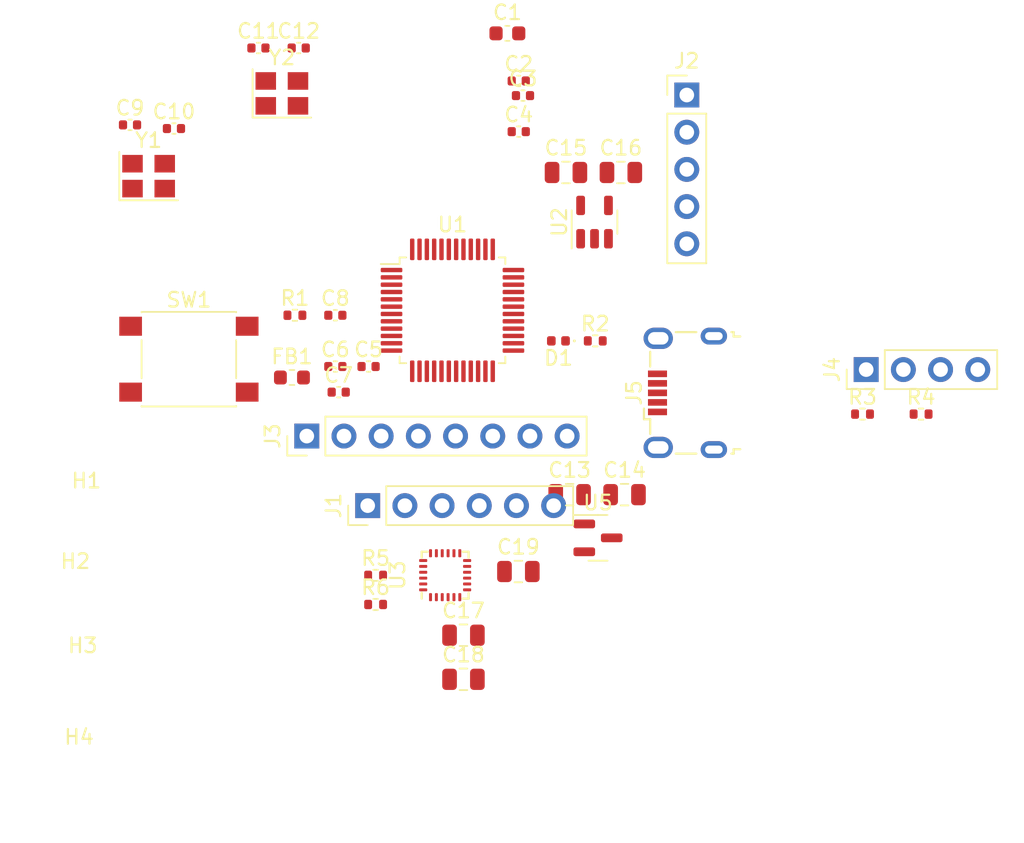
<source format=kicad_pcb>
(kicad_pcb (version 20221018) (generator pcbnew)
  (layers (0 "F.Cu" signal) (31 "B.Cu" power) (34 "B.Paste" user) (35 "F.Paste" user) (36 "B.SilkS" user "B.Silkscreen") (37 "F.SilkS" user "F.Silkscreen") (38 "B.Mask" user) (39 "F.Mask" user) (44 "Edge.Cuts" user))
  (net 0 "")
  (net 1 "+3.3V")
  (net 2 "GND")
  (net 3 "VBUS")
  (net 4 "+3.3VA")
  (net 5 "/USB_D-")
  (net 6 "/USB_D+")
  (net 7 "/SWDIO")
  (net 8 "/SWCLK")
  (net 9 "+1V8")
  (net 10 "Net-(U3-REGOUT)")
  (net 12 "/RESET")
  (net 13 "HSE_IN")
  (net 14 "HSE_OUT")
  (net 15 "LSE_IN")
  (net 16 "LSE_OUT")
  (net 19 "QSPI_NCS")
  (net 20 "SPI_NCS")
  (net 21 "SPI_SCK")
  (net 22 "QSPI_CLK")
  (net 23 "QSPI_IO3")
  (net 31 "LED_STATUS")
  (net 33 "SWO")
  (net 47 "I2C1_SCL")
  (net 48 "Net-(U3-FSYNC)")
  (net 56 "I2C1_SDA")
  (net 57 "QSPI_IO2")
  (net 58 "QSPI_IO1")
  (net 59 "QSPI_IO0")
  (net 60 "SPI_MISO")
  (net 61 "SPI_MOSI")
  (net 62 "Net-(D1-K)")
  (footprint "Capacitor_SMD:C_0805_2012Metric" (layer "F.Cu") (at 120.75 49.5)
    (fp_text reference "C16" (at 0 -1.68) (layer "F.SilkS"))
    (fp_text value "1uF")
    (fp_line (start -0.261252 -0.735) (end 0.261252 -0.735) (stroke (width 0.12)) (layer "F.SilkS"))
    (fp_line (start -0.261252 0.735) (end 0.261252 0.735) (stroke (width 0.12)) (layer "F.SilkS"))
    (pad "1" smd roundrect (at -0.95 0) (size 1 1.45) (layers "F.Cu" "F.Paste" "F.Mask") (net 1 "+3.3V"))
    (pad "2" smd roundrect (at 0.95 0) (size 1 1.45) (layers "F.Cu" "F.Paste" "F.Mask") (net 2 "GND"))
  )
  (footprint "Capacitor_SMD:C_0402_1005Metric" (layer "F.Cu") (at 87.23 46.25)
    (fp_text reference "C9" (at 0 -1.16) (layer "F.SilkS"))
    (fp_text value "10p")
    (fp_line (start -0.107836 -0.36) (end 0.107836 -0.36) (stroke (width 0.12)) (layer "F.SilkS"))
    (fp_line (start -0.107836 0.36) (end 0.107836 0.36) (stroke (width 0.12)) (layer "F.SilkS"))
    (pad "1" smd roundrect (at -0.48 0) (size 0.56 0.62) (layers "F.Cu" "F.Paste" "F.Mask") (net 13 "HSE_IN"))
    (pad "2" smd roundrect (at 0.48 0) (size 0.56 0.62) (layers "F.Cu" "F.Paste" "F.Mask") (net 2 "GND"))
  )
  (footprint "Crystal:Crystal_SMD_3225-4Pin_3.2x2.5mm" (layer "F.Cu") (at 97.6 44.1)
    (fp_text reference "Y2" (at 0 -2.45) (layer "F.SilkS"))
    (fp_text value "32.786kHz")
    (fp_line (start -2 -1.65) (end -2 1.65) (stroke (width 0.12)) (layer "F.SilkS"))
    (fp_line (start -2 1.65) (end 2 1.65) (stroke (width 0.12)) (layer "F.SilkS"))
    (pad "1" smd rect (at -1.1 0.85) (size 1.4 1.2) (layers "F.Cu" "F.Paste" "F.Mask") (net 15 "LSE_IN"))
    (pad "2" smd rect (at 1.1 0.85) (size 1.4 1.2) (layers "F.Cu" "F.Paste" "F.Mask") (net 2 "GND"))
    (pad "3" smd rect (at 1.1 -0.85) (size 1.4 1.2) (layers "F.Cu" "F.Paste" "F.Mask") (net 16 "LSE_OUT"))
    (pad "4" smd rect (at -1.1 -0.85) (size 1.4 1.2) (layers "F.Cu" "F.Paste" "F.Mask") (net 2 "GND"))
  )
  (footprint "Connector_USB:USB_Micro-B_Wuerth_629105150521" (layer "F.Cu") (at 125.15 64.55 90)
    (fp_text reference "J5" (at 0 -3.5 90) (layer "F.SilkS"))
    (fp_text value "USB_B_Micro")
    (fp_line (start -4.15 -0.65) (end -4.15 0.75) (stroke (width 0.15)) (layer "F.SilkS"))
    (fp_line (start -4.15 3.15) (end -4.15 3.3) (stroke (width 0.15)) (layer "F.SilkS"))
    (fp_line (start -4.15 3.3) (end -3.85 3.3) (stroke (width 0.15)) (layer "F.SilkS"))
    (fp_line (start -3.85 3.3) (end -3.85 3.75) (stroke (width 0.15)) (layer "F.SilkS"))
    (fp_line (start -1.8 -2.825) (end -1.8 -2.4) (stroke (width 0.15)) (layer "F.SilkS"))
    (fp_line (start -1.8 -2.4) (end -2.8 -2.4) (stroke (width 0.15)) (layer "F.SilkS"))
    (fp_line (start -1.075 -2.825) (end -1.8 -2.825) (stroke (width 0.15)) (layer "F.SilkS"))
    (fp_line (start 1.8 -2.4) (end 2.8 -2.4) (stroke (width 0.15)) (layer "F.SilkS"))
    (fp_line (start 3.85 3.3) (end 4.15 3.3) (stroke (width 0.15)) (layer "F.SilkS"))
    (fp_line (start 3.85 3.75) (end 3.85 3.3) (stroke (width 0.15)) (layer "F.SilkS"))
    (fp_line (start 4.15 0.75) (end 4.15 -0.65) (stroke (width 0.15)) (layer "F.SilkS"))
    (fp_line (start 4.15 3.3) (end 4.15 3.15) (stroke (width 0.15)) (layer "F.SilkS"))
    (pad "" np_thru_hole oval (at -2.5 -0.8 90) (size 0.8 0.8) (drill 0.8) (layers "*.Cu" "*.Mask"))
    (pad "" np_thru_hole oval (at 2.5 -0.8 90) (size 0.8 0.8) (drill 0.8) (layers "*.Cu" "*.Mask"))
    (pad "1" smd rect (at -1.3 -1.9 90) (size 0.45 1.3) (layers "F.Cu" "F.Paste" "F.Mask") (net 3 "VBUS"))
    (pad "2" smd rect (at -0.65 -1.9 90) (size 0.45 1.3) (layers "F.Cu" "F.Paste" "F.Mask") (net 5 "/USB_D-"))
    (pad "3" smd rect (at 0 -1.9 90) (size 0.45 1.3) (layers "F.Cu" "F.Paste" "F.Mask") (net 6 "/USB_D+"))
    (pad "4" smd rect (at 0.65 -1.9 90) (size 0.45 1.3) (layers "F.Cu" "F.Paste" "F.Mask"))
    (pad "5" smd rect (at 1.3 -1.9 90) (size 0.45 1.3) (layers "F.Cu" "F.Paste" "F.Mask") (net 2 "GND"))
    (pad "6" thru_hole oval (at -3.875 1.95 90) (size 1.15 1.8) (drill oval 0.55 1.2) (layers "*.Cu" "*.Mask"))
    (pad "6" thru_hole oval (at -3.725 -1.85 90) (size 1.45 2) (drill oval 0.85 1.4) (layers "*.Cu" "*.Mask"))
    (pad "6" thru_hole oval (at 3.725 -1.85 90) (size 1.45 2) (drill oval 0.85 1.4) (layers "*.Cu" "*.Mask"))
    (pad "6" thru_hole oval (at 3.875 1.95 90) (size 1.15 1.8) (drill oval 0.55 1.2) (layers "*.Cu" "*.Mask"))
  )
  (footprint "Connector_PinHeader_2.54mm:PinHeader_1x08_P2.54mm_Vertical" (layer "F.Cu") (at 99.3 67.5 90)
    (fp_text reference "J3" (at 0 -2.33 90) (layer "F.SilkS"))
    (fp_text value "Conn_01x08_Pin")
    (fp_line (start -1.33 -1.33) (end 0 -1.33) (stroke (width 0.12)) (layer "F.SilkS"))
    (fp_line (start -1.33 0) (end -1.33 -1.33) (stroke (width 0.12)) (layer "F.SilkS"))
    (fp_line (start -1.33 1.27) (end -1.33 19.11) (stroke (width 0.12)) (layer "F.SilkS"))
    (fp_line (start -1.33 1.27) (end 1.33 1.27) (stroke (width 0.12)) (layer "F.SilkS"))
    (fp_line (start -1.33 19.11) (end 1.33 19.11) (stroke (width 0.12)) (layer "F.SilkS"))
    (fp_line (start 1.33 1.27) (end 1.33 19.11) (stroke (width 0.12)) (layer "F.SilkS"))
    (pad "1" thru_hole rect (at 0 0 90) (size 1.7 1.7) (drill 1) (layers "*.Cu" "*.Mask") (net 1 "+3.3V"))
    (pad "2" thru_hole oval (at 0 2.54 90) (size 1.7 1.7) (drill 1) (layers "*.Cu" "*.Mask") (net 19 "QSPI_NCS"))
    (pad "3" thru_hole oval (at 0 5.08 90) (size 1.7 1.7) (drill 1) (layers "*.Cu" "*.Mask") (net 22 "QSPI_CLK"))
    (pad "4" thru_hole oval (at 0 7.62 90) (size 1.7 1.7) (drill 1) (layers "*.Cu" "*.Mask") (net 59 "QSPI_IO0"))
    (pad "5" thru_hole oval (at 0 10.16 90) (size 1.7 1.7) (drill 1) (layers "*.Cu" "*.Mask") (net 58 "QSPI_IO1"))
    (pad "6" thru_hole oval (at 0 12.7 90) (size 1.7 1.7) (drill 1) (layers "*.Cu" "*.Mask") (net 57 "QSPI_IO2"))
    (pad "7" thru_hole oval (at 0 15.24 90) (size 1.7 1.7) (drill 1) (layers "*.Cu" "*.Mask") (net 23 "QSPI_IO3"))
    (pad "8" thru_hole oval (at 0 17.78 90) (size 1.7 1.7) (drill 1) (layers "*.Cu" "*.Mask") (net 2 "GND"))
  )
  (footprint "Package_TO_SOT_SMD:SOT-23-5" (layer "F.Cu") (at 118.95 52.8875 90)
    (fp_text reference "U2" (at 0 -2.4 90) (layer "F.SilkS"))
    (fp_text value "MIC5504-3.3YM5")
    (fp_line (start 0 -1.56) (end -1.8 -1.56) (stroke (width 0.12)) (layer "F.SilkS"))
    (fp_line (start 0 -1.56) (end 0.8 -1.56) (stroke (width 0.12)) (layer "F.SilkS"))
    (fp_line (start 0 1.56) (end -0.8 1.56) (stroke (width 0.12)) (layer "F.SilkS"))
    (fp_line (start 0 1.56) (end 0.8 1.56) (stroke (width 0.12)) (layer "F.SilkS"))
    (pad "1" smd roundrect (at -1.1375 -0.95 90) (size 1.325 0.6) (layers "F.Cu" "F.Paste" "F.Mask") (net 3 "VBUS"))
    (pad "2" smd roundrect (at -1.1375 0 90) (size 1.325 0.6) (layers "F.Cu" "F.Paste" "F.Mask") (net 2 "GND"))
    (pad "3" smd roundrect (at -1.1375 0.95 90) (size 1.325 0.6) (layers "F.Cu" "F.Paste" "F.Mask") (net 3 "VBUS"))
    (pad "4" smd roundrect (at 1.1375 0.95 90) (size 1.325 0.6) (layers "F.Cu" "F.Paste" "F.Mask"))
    (pad "5" smd roundrect (at 1.1375 -0.95 90) (size 1.325 0.6) (layers "F.Cu" "F.Paste" "F.Mask") (net 1 "+3.3V"))
  )
  (footprint "Resistor_SMD:R_0402_1005Metric" (layer "F.Cu") (at 98.49 59.25)
    (fp_text reference "R1" (at 0 -1.17) (layer "F.SilkS"))
    (fp_text value "10k")
    (fp_line (start -0.153641 -0.38) (end 0.153641 -0.38) (stroke (width 0.12)) (layer "F.SilkS"))
    (fp_line (start -0.153641 0.38) (end 0.153641 0.38) (stroke (width 0.12)) (layer "F.SilkS"))
    (pad "1" smd roundrect (at -0.51 0) (size 0.54 0.64) (layers "F.Cu" "F.Paste" "F.Mask") (net 1 "+3.3V"))
    (pad "2" smd roundrect (at 0.51 0) (size 0.54 0.64) (layers "F.Cu" "F.Paste" "F.Mask") (net 12 "/RESET"))
  )
  (footprint "Inductor_SMD:L_0603_1608Metric" (layer "F.Cu") (at 98.2875 63.5)
    (fp_text reference "FB1" (at 0 -1.43) (layer "F.SilkS"))
    (fp_text value "120R")
    (fp_line (start -0.162779 -0.51) (end 0.162779 -0.51) (stroke (width 0.12)) (layer "F.SilkS"))
    (fp_line (start -0.162779 0.51) (end 0.162779 0.51) (stroke (width 0.12)) (layer "F.SilkS"))
    (pad "1" smd roundrect (at -0.7875 0) (size 0.875 0.95) (layers "F.Cu" "F.Paste" "F.Mask") (net 4 "+3.3VA"))
    (pad "2" smd roundrect (at 0.7875 0) (size 0.875 0.95) (layers "F.Cu" "F.Paste" "F.Mask") (net 1 "+3.3V"))
  )
  (footprint "Capacitor_SMD:C_0805_2012Metric" (layer "F.Cu") (at 110 84.11)
    (fp_text reference "C18" (at 0 -1.68) (layer "F.SilkS"))
    (fp_text value "0.1uF")
    (fp_line (start -0.261252 -0.735) (end 0.261252 -0.735) (stroke (width 0.12)) (layer "F.SilkS"))
    (fp_line (start -0.261252 0.735) (end 0.261252 0.735) (stroke (width 0.12)) (layer "F.SilkS"))
    (pad "1" smd roundrect (at -0.95 0) (size 1 1.45) (layers "F.Cu" "F.Paste" "F.Mask") (net 9 "+1V8"))
    (pad "2" smd roundrect (at 0.95 0) (size 1 1.45) (layers "F.Cu" "F.Paste" "F.Mask") (net 2 "GND"))
  )
  (footprint "MountingHole:MountingHole_2.2mm_M2" (layer "F.Cu") (at 84 85)
    (fp_text reference "H3" (at 0 -3.2) (layer "F.SilkS"))
    (fp_text value "MountingHole")
    (pad "" np_thru_hole circle (at 0 0) (size 2.2 2.2) (drill 2.2) (layers "*.Cu" "*.Mask"))
  )
  (footprint "Capacitor_SMD:C_0603_1608Metric" (layer "F.Cu") (at 113 40)
    (fp_text reference "C1" (at 0 -1.43) (layer "F.SilkS"))
    (fp_text value "10u")
    (fp_line (start -0.14058 -0.51) (end 0.14058 -0.51) (stroke (width 0.12)) (layer "F.SilkS"))
    (fp_line (start -0.14058 0.51) (end 0.14058 0.51) (stroke (width 0.12)) (layer "F.SilkS"))
    (pad "1" smd roundrect (at -0.775 0) (size 0.9 0.95) (layers "F.Cu" "F.Paste" "F.Mask") (net 1 "+3.3V"))
    (pad "2" smd roundrect (at 0.775 0) (size 0.9 0.95) (layers "F.Cu" "F.Paste" "F.Mask") (net 2 "GND"))
  )
  (footprint "Resistor_SMD:R_0402_1005Metric" (layer "F.Cu") (at 119 61)
    (fp_text reference "R2" (at 0 -1.17) (layer "F.SilkS"))
    (fp_text value "4k7")
    (fp_line (start -0.153641 -0.38) (end 0.153641 -0.38) (stroke (width 0.12)) (layer "F.SilkS"))
    (fp_line (start -0.153641 0.38) (end 0.153641 0.38) (stroke (width 0.12)) (layer "F.SilkS"))
    (pad "1" smd roundrect (at -0.51 0) (size 0.54 0.64) (layers "F.Cu" "F.Paste" "F.Mask") (net 62 "Net-(D1-K)"))
    (pad "2" smd roundrect (at 0.51 0) (size 0.54 0.64) (layers "F.Cu" "F.Paste" "F.Mask") (net 2 "GND"))
  )
  (footprint "Package_TO_SOT_SMD:SOT-23" (layer "F.Cu") (at 119.1875 74.45)
    (fp_text reference "U5" (at 0 -2.4) (layer "F.SilkS"))
    (fp_text value "MCP1703AT-1802E/TT")
    (fp_line (start 0 -1.56) (end -1.675 -1.56) (stroke (width 0.12)) (layer "F.SilkS"))
    (fp_line (start 0 -1.56) (end 0.65 -1.56) (stroke (width 0.12)) (layer "F.SilkS"))
    (fp_line (start 0 1.56) (end -0.65 1.56) (stroke (width 0.12)) (layer "F.SilkS"))
    (fp_line (start 0 1.56) (end 0.65 1.56) (stroke (width 0.12)) (layer "F.SilkS"))
    (pad "1" smd roundrect (at -0.9375 -0.95) (size 1.475 0.6) (layers "F.Cu" "F.Paste" "F.Mask") (net 2 "GND"))
    (pad "2" smd roundrect (at -0.9375 0.95) (size 1.475 0.6) (layers "F.Cu" "F.Paste" "F.Mask") (net 9 "+1V8"))
    (pad "3" smd roundrect (at 0.9375 0) (size 1.475 0.6) (layers "F.Cu" "F.Paste" "F.Mask") (net 1 "+3.3V"))
  )
  (footprint "Connector_PinHeader_2.54mm:PinHeader_1x05_P2.54mm_Vertical" (layer "F.Cu") (at 125.25 44.21)
    (fp_text reference "J2" (at 0 -2.33) (layer "F.SilkS"))
    (fp_text value "Conn_01x05_Pin")
    (fp_line (start -1.33 -1.33) (end 0 -1.33) (stroke (width 0.12)) (layer "F.SilkS"))
    (fp_line (start -1.33 0) (end -1.33 -1.33) (stroke (width 0.12)) (layer "F.SilkS"))
    (fp_line (start -1.33 1.27) (end -1.33 11.49) (stroke (width 0.12)) (layer "F.SilkS"))
    (fp_line (start -1.33 1.27) (end 1.33 1.27) (stroke (width 0.12)) (layer "F.SilkS"))
    (fp_line (start -1.33 11.49) (end 1.33 11.49) (stroke (width 0.12)) (layer "F.SilkS"))
    (fp_line (start 1.33 1.27) (end 1.33 11.49) (stroke (width 0.12)) (layer "F.SilkS"))
    (pad "1" thru_hole rect (at 0 0) (size 1.7 1.7) (drill 1) (layers "*.Cu" "*.Mask") (net 2 "GND"))
    (pad "2" thru_hole oval (at 0 2.54) (size 1.7 1.7) (drill 1) (layers "*.Cu" "*.Mask") (net 33 "SWO"))
    (pad "3" thru_hole oval (at 0 5.08) (size 1.7 1.7) (drill 1) (layers "*.Cu" "*.Mask") (net 8 "/SWCLK"))
    (pad "4" thru_hole oval (at 0 7.62) (size 1.7 1.7) (drill 1) (layers "*.Cu" "*.Mask") (net 7 "/SWDIO"))
    (pad "5" thru_hole oval (at 0 10.16) (size 1.7 1.7) (drill 1) (layers "*.Cu" "*.Mask") (net 1 "+3.3V"))
  )
  (footprint "Capacitor_SMD:C_0805_2012Metric" (layer "F.Cu") (at 113.75 76.75)
    (fp_text reference "C19" (at 0 -1.68) (layer "F.SilkS"))
    (fp_text value "0.1uF")
    (fp_line (start -0.261252 -0.735) (end 0.261252 -0.735) (stroke (width 0.12)) (layer "F.SilkS"))
    (fp_line (start -0.261252 0.735) (end 0.261252 0.735) (stroke (width 0.12)) (layer "F.SilkS"))
    (pad "1" smd roundrect (at -0.95 0) (size 1 1.45) (layers "F.Cu" "F.Paste" "F.Mask") (net 2 "GND"))
    (pad "2" smd roundrect (at 0.95 0) (size 1 1.45) (layers "F.Cu" "F.Paste" "F.Mask") (net 10 "Net-(U3-REGOUT)"))
  )
  (footprint "Capacitor_SMD:C_0402_1005Metric" (layer "F.Cu") (at 98.75 41)
    (fp_text reference "C12" (at 0 -1.16) (layer "F.SilkS"))
    (fp_text value "15p")
    (fp_line (start -0.107836 -0.36) (end 0.107836 -0.36) (stroke (width 0.12)) (layer "F.SilkS"))
    (fp_line (start -0.107836 0.36) (end 0.107836 0.36) (stroke (width 0.12)) (layer "F.SilkS"))
    (pad "1" smd roundrect (at -0.48 0) (size 0.56 0.62) (layers "F.Cu" "F.Paste" "F.Mask") (net 16 "LSE_OUT"))
    (pad "2" smd roundrect (at 0.48 0) (size 0.56 0.62) (layers "F.Cu" "F.Paste" "F.Mask") (net 2 "GND"))
  )
  (footprint "Capacitor_SMD:C_0402_1005Metric" (layer "F.Cu") (at 113.775 43.25)
    (fp_text reference "C2" (at 0 -1.16) (layer "F.SilkS"))
    (fp_text value "100n")
    (fp_line (start -0.107836 -0.36) (end 0.107836 -0.36) (stroke (width 0.12)) (layer "F.SilkS"))
    (fp_line (start -0.107836 0.36) (end 0.107836 0.36) (stroke (width 0.12)) (layer "F.SilkS"))
    (pad "1" smd roundrect (at -0.48 0) (size 0.56 0.62) (layers "F.Cu" "F.Paste" "F.Mask") (net 1 "+3.3V"))
    (pad "2" smd roundrect (at 0.48 0) (size 0.56 0.62) (layers "F.Cu" "F.Paste" "F.Mask") (net 2 "GND"))
  )
  (footprint "Capacitor_SMD:C_0805_2012Metric" (layer "F.Cu") (at 117.25 71.5)
    (fp_text reference "C13" (at 0 -1.68) (layer "F.SilkS"))
    (fp_text value "1uF")
    (fp_line (start -0.261252 -0.735) (end 0.261252 -0.735) (stroke (width 0.12)) (layer "F.SilkS"))
    (fp_line (start -0.261252 0.735) (end 0.261252 0.735) (stroke (width 0.12)) (layer "F.SilkS"))
    (pad "1" smd roundrect (at -0.95 0) (size 1 1.45) (layers "F.Cu" "F.Paste" "F.Mask") (net 1 "+3.3V"))
    (pad "2" smd roundrect (at 0.95 0) (size 1 1.45) (layers "F.Cu" "F.Paste" "F.Mask") (net 2 "GND"))
  )
  (footprint "Capacitor_SMD:C_0402_1005Metric" (layer "F.Cu") (at 113.775 46.71)
    (fp_text reference "C4" (at 0 -1.16) (layer "F.SilkS"))
    (fp_text value "100n")
    (fp_line (start -0.107836 -0.36) (end 0.107836 -0.36) (stroke (width 0.12)) (layer "F.SilkS"))
    (fp_line (start -0.107836 0.36) (end 0.107836 0.36) (stroke (width 0.12)) (layer "F.SilkS"))
    (pad "1" smd roundrect (at -0.48 0) (size 0.56 0.62) (layers "F.Cu" "F.Paste" "F.Mask") (net 1 "+3.3V"))
    (pad "2" smd roundrect (at 0.48 0) (size 0.56 0.62) (layers "F.Cu" "F.Paste" "F.Mask") (net 2 "GND"))
  )
  (footprint "Resistor_SMD:R_0402_1005Metric" (layer "F.Cu") (at 104 79)
    (fp_text reference "R6" (at 0 -1.17) (layer "F.SilkS"))
    (fp_text value "10k")
    (fp_line (start -0.153641 -0.38) (end 0.153641 -0.38) (stroke (width 0.12)) (layer "F.SilkS"))
    (fp_line (start -0.153641 0.38) (end 0.153641 0.38) (stroke (width 0.12)) (layer "F.SilkS"))
    (pad "1" smd roundrect (at -0.51 0) (size 0.54 0.64) (layers "F.Cu" "F.Paste" "F.Mask") (net 2 "GND"))
    (pad "2" smd roundrect (at 0.51 0) (size 0.54 0.64) (layers "F.Cu" "F.Paste" "F.Mask") (net 48 "Net-(U3-FSYNC)"))
  )
  (footprint "LED_SMD:LED_0402_1005Metric" (layer "F.Cu") (at 116.485 61 180)
    (fp_text reference "D1" (at 0 -1.17) (layer "F.SilkS"))
    (fp_text value "RED")
    (fp_circle (center -1.09 0) (end -1.04 0) (stroke (width 0.1)) (fill none) (layer "F.SilkS"))
    (pad "1" smd roundrect (at -0.485 0 180) (size 0.59 0.64) (layers "F.Cu" "F.Paste" "F.Mask") (net 62 "Net-(D1-K)"))
    (pad "2" smd roundrect (at 0.485 0 180) (size 0.59 0.64) (layers "F.Cu" "F.Paste" "F.Mask") (net 31 "LED_STATUS"))
  )
  (footprint "Capacitor_SMD:C_0402_1005Metric" (layer "F.Cu") (at 101.25 62.75)
    (fp_text reference "C6" (at 0 -1.16) (layer "F.SilkS"))
    (fp_text value "1u")
    (fp_line (start -0.107836 -0.36) (end 0.107836 -0.36) (stroke (width 0.12)) (layer "F.SilkS"))
    (fp_line (start -0.107836 0.36) (end 0.107836 0.36) (stroke (width 0.12)) (layer "F.SilkS"))
    (pad "1" smd roundrect (at -0.48 0) (size 0.56 0.62) (layers "F.Cu" "F.Paste" "F.Mask") (net 4 "+3.3VA"))
    (pad "2" smd roundrect (at 0.48 0) (size 0.56 0.62) (layers "F.Cu" "F.Paste" "F.Mask") (net 2 "GND"))
  )
  (footprint "Resistor_SMD:R_0402_1005Metric" (layer "F.Cu") (at 137.25 66)
    (fp_text reference "R3" (at 0 -1.17) (layer "F.SilkS"))
    (fp_text value "4k7")
    (fp_line (start -0.153641 -0.38) (end 0.153641 -0.38) (stroke (width 0.12)) (layer "F.SilkS"))
    (fp_line (start -0.153641 0.38) (end 0.153641 0.38) (stroke (width 0.12)) (layer "F.SilkS"))
    (pad "1" smd roundrect (at -0.51 0) (size 0.54 0.64) (layers "F.Cu" "F.Paste" "F.Mask") (net 1 "+3.3V"))
    (pad "2" smd roundrect (at 0.51 0) (size 0.54 0.64) (layers "F.Cu" "F.Paste" "F.Mask") (net 47 "I2C1_SCL"))
  )
  (footprint "Resistor_SMD:R_0402_1005Metric" (layer "F.Cu") (at 141.25 66)
    (fp_text reference "R4" (at 0 -1.17) (layer "F.SilkS"))
    (fp_text value "4k7")
    (fp_line (start -0.153641 -0.38) (end 0.153641 -0.38) (stroke (width 0.12)) (layer "F.SilkS"))
    (fp_line (start -0.153641 0.38) (end 0.153641 0.38) (stroke (width 0.12)) (layer "F.SilkS"))
    (pad "1" smd roundrect (at -0.51 0) (size 0.54 0.64) (layers "F.Cu" "F.Paste" "F.Mask") (net 1 "+3.3V"))
    (pad "2" smd roundrect (at 0.51 0) (size 0.54 0.64) (layers "F.Cu" "F.Paste" "F.Mask") (net 56 "I2C1_SDA"))
  )
  (footprint "Resistor_SMD:R_0402_1005Metric" (layer "F.Cu") (at 104 77.01)
    (fp_text reference "R5" (at 0 -1.17) (layer "F.SilkS"))
    (fp_text value "10k")
    (fp_line (start -0.153641 -0.38) (end 0.153641 -0.38) (stroke (width 0.12)) (layer "F.SilkS"))
    (fp_line (start -0.153641 0.38) (end 0.153641 0.38) (stroke (width 0.12)) (layer "F.SilkS"))
    (pad "1" smd roundrect (at -0.51 0) (size 0.54 0.64) (layers "F.Cu" "F.Paste" "F.Mask") (net 9 "+1V8"))
    (pad "2" smd roundrect (at 0.51 0) (size 0.54 0.64) (layers "F.Cu" "F.Paste" "F.Mask") (net 20 "SPI_NCS"))
  )
  (footprint "Sensor_Motion:InvenSense_QFN-24_3x3mm_P0.4mm" (layer "F.Cu") (at 108.75 77 90)
    (fp_text reference "U3" (at 0 -3.25 90) (layer "F.SilkS"))
    (fp_text value "ICM-20948")
    (fp_line (start -1.6 -1.6) (end -1.2 -1.6) (stroke (width 0.15)) (layer "F.SilkS"))
    (fp_line (start -1.6 1.6) (end -1.6 1.2) (stroke (width 0.15)) (layer "F.SilkS"))
    (fp_line (start -1.6 1.6) (end -1.2 1.6) (stroke (width 0.15)) (layer "F.SilkS"))
    (fp_line (start 1.6 -1.6) (end 1.2 -1.6) (stroke (width 0.15)) (layer "F.SilkS"))
    (fp_line (start 1.6 -1.6) (end 1.6 -1.2) (stroke (width 0.15)) (layer "F.SilkS"))
    (fp_line (start 1.6 1.6) (end 1.2 1.6) (stroke (width 0.15)) (layer "F.SilkS"))
    (fp_line (start 1.6 1.6) (end 1.6 1.2) (stroke (width 0.15)) (layer "F.SilkS"))
    (pad "1" smd roundrect (at -1.5 -1 90) (size 0.55 0.2) (layers "F.Cu" "F.Paste" "F.Mask"))
    (pad "2" smd roundrect (at -1.5 -0.6 90) (size 0.55 0.2) (layers "F.Cu" "F.Paste" "F.Mask"))
    (pad "3" smd roundrect (at -1.5 -0.2 90) (size 0.55 0.2) (layers "F.Cu" "F.Paste" "F.Mask"))
    (pad "4" smd roundrect (at -1.5 0.2 90) (size 0.55 0.2) (layers "F.Cu" "F.Paste" "F.Mask"))
    (pad "5" smd roundrect (at -1.5 0.6 90) (size 0.55 0.2) (layers "F.Cu" "F.Paste" "F.Mask"))
    (pad "6" smd roundrect (at -1.5 1 90) (size 0.55 0.2) (layers "F.Cu" "F.Paste" "F.Mask"))
    (pad "7" smd roundrect (at -1 1.5 180) (size 0.55 0.2) (layers "F.Cu" "F.Paste" "F.Mask"))
    (pad "8" smd roundrect (at -0.6 1.5 180) (size 0.55 0.2) (layers "F.Cu" "F.Paste" "F.Mask") (net 9 "+1V8"))
    (pad "9" smd roundrect (at -0.2 1.5 180) (size 0.55 0.2) (layers "F.Cu" "F.Paste" "F.Mask") (net 60 "SPI_MISO"))
    (pad "10" smd roundrect (at 0.2 1.5 180) (size 0.55 0.2) (layers "F.Cu" "F.Paste" "F.Mask") (net 10 "Net-(U3-REGOUT)"))
    (pad "11" smd roundrect (at 0.6 1.5 180) (size 0.55 0.2) (layers "F.Cu" "F.Paste" "F.Mask") (net 48 "Net-(U3-FSYNC)"))
    (pad "12" smd roundrect (at 1 1.5 180) (size 0.55 0.2) (layers "F.Cu" "F.Paste" "F.Mask"))
    (pad "13" smd roundrect (at 1.5 1 90) (size 0.55 0.2) (layers "F.Cu" "F.Paste" "F.Mask") (net 9 "+1V8"))
    (pad "14" smd roundrect (at 1.5 0.6 90) (size 0.55 0.2) (layers "F.Cu" "F.Paste" "F.Mask"))
    (pad "15" smd roundrect (at 1.5 0.2 90) (size 0.55 0.2) (layers "F.Cu" "F.Paste" "F.Mask"))
    (pad "16" smd roundrect (at 1.5 -0.2 90) (size 0.55 0.2) (layers "F.Cu" "F.Paste" "F.Mask"))
    (pad "17" smd roundrect (at 1.5 -0.6 90) (size 0.55 0.2) (layers "F.Cu" "F.Paste" "F.Mask"))
    (pad "18" smd roundrect (at 1.5 -1 90) (size 0.55 0.2) (layers "F.Cu" "F.Paste" "F.Mask") (net 2 "GND"))
    (pad "19" smd roundrect (at 1 -1.5 180) (size 0.55 0.2) (layers "F.Cu" "F.Paste" "F.Mask"))
    (pad "20" smd roundrect (at 0.6 -1.5 180) (size 0.55 0.2) (layers "F.Cu" "F.Paste" "F.Mask") (net 2 "GND"))
    (pad "21" smd roundrect (at 0.2 -1.5 180) (size 0.55 0.2) (layers "F.Cu" "F.Paste" "F.Mask"))
    (pad "22" smd roundrect (at -0.2 -1.5 180) (size 0.55 0.2) (layers "F.Cu" "F.Paste" "F.Mask") (net 20 "SPI_NCS"))
    (pad "23" smd roundrect (at -0.6 -1.5 180) (size 0.55 0.2) (layers "F.Cu" "F.Paste" "F.Mask") (net 21 "SPI_SCK"))
    (pad "24" smd roundrect (at -1 -1.5 180) (size 0.55 0.2) (layers "F.Cu" "F.Paste" "F.Mask") (net 61 "SPI_MOSI"))
  )
  (footprint "Package_QFP:LQFP-48_7x7mm_P0.5mm" (layer "F.Cu") (at 109.25 58.9125)
    (fp_text reference "U1" (at 0 -5.85) (layer "F.SilkS"))
    (fp_text value "STM32L412CBT6")
    (fp_line (start -3.61 -3.61) (end -3.61 -3.16) (stroke (width 0.12)) (layer "F.SilkS"))
    (fp_line (start -3.61 -3.16) (end -4.9 -3.16) (stroke (width 0.12)) (layer "F.SilkS"))
    (fp_line (start -3.61 3.61) (end -3.61 3.16) (stroke (width 0.12)) (layer "F.SilkS"))
    (fp_line (start -3.16 -3.61) (end -3.61 -3.61) (stroke (width 0.12)) (layer "F.SilkS"))
    (fp_line (start -3.16 3.61) (end -3.61 3.61) (stroke (width 0.12)) (layer "F.SilkS"))
    (fp_line (start 3.16 -3.61) (end 3.61 -3.61) (stroke (width 0.12)) (layer "F.SilkS"))
    (fp_line (start 3.16 3.61) (end 3.61 3.61) (stroke (width 0.12)) (layer "F.SilkS"))
    (fp_line (start 3.61 -3.61) (end 3.61 -3.16) (stroke (width 0.12)) (layer "F.SilkS"))
    (fp_line (start 3.61 3.61) (end 3.61 3.16) (stroke (width 0.12)) (layer "F.SilkS"))
    (pad "1" smd roundrect (at -4.1625 -2.75) (size 1.475 0.3) (layers "F.Cu" "F.Paste" "F.Mask") (net 1 "+3.3V"))
    (pad "2" smd roundrect (at -4.1625 -2.25) (size 1.475 0.3) (layers "F.Cu" "F.Paste" "F.Mask"))
    (pad "3" smd roundrect (at -4.1625 -1.75) (size 1.475 0.3) (layers "F.Cu" "F.Paste" "F.Mask") (net 15 "LSE_IN"))
    (pad "4" smd roundrect (at -4.1625 -1.25) (size 1.475 0.3) (layers "F.Cu" "F.Paste" "F.Mask") (net 16 "LSE_OUT"))
    (pad "5" smd roundrect (at -4.1625 -0.75) (size 1.475 0.3) (layers "F.Cu" "F.Paste" "F.Mask") (net 13 "HSE_IN"))
    (pad "6" smd roundrect (at -4.1625 -0.25) (size 1.475 0.3) (layers "F.Cu" "F.Paste" "F.Mask") (net 14 "HSE_OUT"))
    (pad "7" smd roundrect (at -4.1625 0.25) (size 1.475 0.3) (layers "F.Cu" "F.Paste" "F.Mask") (net 12 "/RESET"))
    (pad "8" smd roundrect (at -4.1625 0.75) (size 1.475 0.3) (layers "F.Cu" "F.Paste" "F.Mask") (net 2 "GND"))
    (pad "9" smd roundrect (at -4.1625 1.25) (size 1.475 0.3) (layers "F.Cu" "F.Paste" "F.Mask") (net 4 "+3.3VA"))
    (pad "10" smd roundrect (at -4.1625 1.75) (size 1.475 0.3) (layers "F.Cu" "F.Paste" "F.Mask"))
    (pad "11" smd roundrect (at -4.1625 2.25) (size 1.475 0.3) (layers "F.Cu" "F.Paste" "F.Mask"))
    (pad "12" smd roundrect (at -4.1625 2.75) (size 1.475 0.3) (layers "F.Cu" "F.Paste" "F.Mask") (net 19 "QSPI_NCS"))
    (pad "13" smd roundrect (at -2.75 4.1625) (size 0.3 1.475) (layers "F.Cu" "F.Paste" "F.Mask") (net 22 "QSPI_CLK"))
    (pad "14" smd roundrect (at -2.25 4.1625) (size 0.3 1.475) (layers "F.Cu" "F.Paste" "F.Mask") (net 20 "SPI_NCS"))
    (pad "15" smd roundrect (at -1.75 4.1625) (size 0.3 1.475) (layers "F.Cu" "F.Paste" "F.Mask") (net 21 "SPI_SCK"))
    (pad "16" smd roundrect (at -1.25 4.1625) (size 0.3 1.475) (layers "F.Cu" "F.Paste" "F.Mask") (net 23 "QSPI_IO3"))
    (pad "17" smd roundrect (at -0.75 4.1625) (size 0.3 1.475) (layers "F.Cu" "F.Paste" "F.Mask") (net 57 "QSPI_IO2"))
    (pad "18" smd roundrect (at -0.25 4.1625) (size 0.3 1.475) (layers "F.Cu" "F.Paste" "F.Mask") (net 58 "QSPI_IO1"))
    (pad "19" smd roundrect (at 0.25 4.1625) (size 0.3 1.475) (layers "F.Cu" "F.Paste" "F.Mask") (net 59 "QSPI_IO0"))
    (pad "20" smd roundrect (at 0.75 4.1625) (size 0.3 1.475) (layers "F.Cu" "F.Paste" "F.Mask"))
    (pad "21" smd roundrect (at 1.25 4.1625) (size 0.3 1.475) (layers "F.Cu" "F.Paste" "F.Mask"))
    (pad "22" smd roundrect (at 1.75 4.1625) (size 0.3 1.475) (layers "F.Cu" "F.Paste" "F.Mask"))
    (pad "23" smd roundrect (at 2.25 4.1625) (size 0.3 1.475) (layers "F.Cu" "F.Paste" "F.Mask") (net 2 "GND"))
    (pad "24" smd roundrect (at 2.75 4.1625) (size 0.3 1.475) (layers "F.Cu" "F.Paste" "F.Mask") (net 1 "+3.3V"))
    (pad "25" smd roundrect (at 4.1625 2.75) (size 1.475 0.3) (layers "F.Cu" "F.Paste" "F.Mask"))
    (pad "26" smd roundrect (at 4.1625 2.25) (size 1.475 0.3) (layers "F.Cu" "F.Paste" "F.Mask") (net 31 "LED_STATUS"))
    (pad "27" smd roundrect (at 4.1625 1.75) (size 1.475 0.3) (layers "F.Cu" "F.Paste" "F.Mask"))
    (pad "28" smd roundrect (at 4.1625 1.25) (size 1.475 0.3) (layers "F.Cu" "F.Paste" "F.Mask"))
    (pad "29" smd roundrect (at 4.1625 0.75) (size 1.475 0.3) (layers "F.Cu" "F.Paste" "F.Mask"))
    (pad "30" smd roundrect (at 4.1625 0.25) (size 1.475 0.3) (layers "F.Cu" "F.Paste" "F.Mask") (net 47 "I2C1_SCL"))
    (pad "31" smd roundrect (at 4.1625 -0.25) (size 1.475 0.3) (layers "F.Cu" "F.Paste" "F.Mask") (net 56 "I2C1_SDA"))
    (pad "32" smd roundrect (at 4.1625 -0.75) (size 1.475 0.3) (layers "F.Cu" "F.Paste" "F.Mask") (net 5 "/USB_D-"))
    (pad "33" smd roundrect (at 4.1625 -1.25) (size 1.475 0.3) (layers "F.Cu" "F.Paste" "F.Mask") (net 6 "/USB_D+"))
    (pad "34" smd roundrect (at 4.1625 -1.75) (size 1.475 0.3) (layers "F.Cu" "F.Paste" "F.Mask") (net 7 "/SWDIO"))
    (pad "35" smd roundrect (at 4.1625 -2.25) (size 1.475 0.3) (layers "F.Cu" "F.Paste" "F.Mask") (net 2 "GND"))
    (pad "36" smd roundrect (at 4.1625 -2.75) (size 1.475 0.3) (layers "F.Cu" "F.Paste" "F.Mask") (net 1 "+3.3V"))
    (pad "37" smd roundrect (at 2.75 -4.1625) (size 0.3 1.475) (layers "F.Cu" "F.Paste" "F.Mask") (net 8 "/SWCLK"))
    (pad "38" smd roundrect (at 2.25 -4.1625) (size 0.3 1.475) (layers "F.Cu" "F.Paste" "F.Mask"))
    (pad "39" smd roundrect (at 1.75 -4.1625) (size 0.3 1.475) (layers "F.Cu" "F.Paste" "F.Mask") (net 33 "SWO"))
    (pad "40" smd roundrect (at 1.25 -4.1625) (size 0.3 1.475) (layers "F.Cu" "F.Paste" "F.Mask") (net 60 "SPI_MISO"))
    (pad "41" smd roundrect (at 0.75 -4.1625) (size 0.3 1.475) (layers "F.Cu" "F.Paste" "F.Mask") (net 61 "SPI_MOSI"))
    (pad "42" smd roundrect (at 0.25 -4.1625) (size 0.3 1.475) (layers "F.Cu" "F.Paste" "F.Mask"))
    (pad "43" smd roundrect (at -0.25 -4.1625) (size 0.3 1.475) (layers "F.Cu" "F.Paste" "F.Mask"))
    (pad "44" smd roundrect (at -0.75 -4.1625) (size 0.3 1.475) (layers "F.Cu" "F.Paste" "F.Mask"))
    (pad "45" smd roundrect (at -1.25 -4.1625) (size 0.3 1.475) (layers "F.Cu" "F.Paste" "F.Mask"))
    (pad "46" smd roundrect (at -1.75 -4.1625) (size 0.3 1.475) (layers "F.Cu" "F.Paste" "F.Mask"))
    (pad "47" smd roundrect (at -2.25 -4.1625) (size 0.3 1.475) (layers "F.Cu" "F.Paste" "F.Mask") (net 2 "GND"))
    (pad "48" smd roundrect (at -2.75 -4.1625) (size 0.3 1.475) (layers "F.Cu" "F.Paste" "F.Mask") (net 1 "+3.3V"))
  )
  (footprint "MountingHole:MountingHole_2.2mm_M2" (layer "F.Cu") (at 83.75 91.25)
    (fp_text reference "H4" (at 0 -3.2) (layer "F.SilkS"))
    (fp_text value "MountingHole")
    (pad "" np_thru_hole circle (at 0 0) (size 2.2 2.2) (drill 2.2) (layers "*.Cu" "*.Mask"))
  )
  (footprint "Capacitor_SMD:C_0402_1005Metric" (layer "F.Cu") (at 103.52 62.75)
    (fp_text reference "C5" (at 0 -1.16) (layer "F.SilkS"))
    (fp_text value "10n")
    (fp_line (start -0.107836 -0.36) (end 0.107836 -0.36) (stroke (width 0.12)) (layer "F.SilkS"))
    (fp_line (start -0.107836 0.36) (end 0.107836 0.36) (stroke (width 0.12)) (layer "F.SilkS"))
    (pad "1" smd roundrect (at -0.48 0) (size 0.56 0.62) (layers "F.Cu" "F.Paste" "F.Mask") (net 4 "+3.3VA"))
    (pad "2" smd roundrect (at 0.48 0) (size 0.56 0.62) (layers "F.Cu" "F.Paste" "F.Mask") (net 2 "GND"))
  )
  (footprint "Capacitor_SMD:C_0402_1005Metric" (layer "F.Cu") (at 101.25 59.25)
    (fp_text reference "C8" (at 0 -1.16) (layer "F.SilkS"))
    (fp_text value "100n")
    (fp_line (start -0.107836 -0.36) (end 0.107836 -0.36) (stroke (width 0.12)) (layer "F.SilkS"))
    (fp_line (start -0.107836 0.36) (end 0.107836 0.36) (stroke (width 0.12)) (layer "F.SilkS"))
    (pad "1" smd roundrect (at -0.48 0) (size 0.56 0.62) (layers "F.Cu" "F.Paste" "F.Mask") (net 12 "/RESET"))
    (pad "2" smd roundrect (at 0.48 0) (size 0.56 0.62) (layers "F.Cu" "F.Paste" "F.Mask") (net 2 "GND"))
  )
  (footprint "Capacitor_SMD:C_0805_2012Metric" (layer "F.Cu") (at 117 49.5)
    (fp_text reference "C15" (at 0 -1.68) (layer "F.SilkS"))
    (fp_text value "1uF")
    (fp_line (start -0.261252 -0.735) (end 0.261252 -0.735) (stroke (width 0.12)) (layer "F.SilkS"))
    (fp_line (start -0.261252 0.735) (end 0.261252 0.735) (stroke (width 0.12)) (layer "F.SilkS"))
    (pad "1" smd roundrect (at -0.95 0) (size 1 1.45) (layers "F.Cu" "F.Paste" "F.Mask") (net 3 "VBUS"))
    (pad "2" smd roundrect (at 0.95 0) (size 1 1.45) (layers "F.Cu" "F.Paste" "F.Mask") (net 2 "GND"))
  )
  (footprint "Capacitor_SMD:C_0402_1005Metric" (layer "F.Cu") (at 96 41)
    (fp_text reference "C11" (at 0 -1.16) (layer "F.SilkS"))
    (fp_text value "15p")
    (fp_line (start -0.107836 -0.36) (end 0.107836 -0.36) (stroke (width 0.12)) (layer "F.SilkS"))
    (fp_line (start -0.107836 0.36) (end 0.107836 0.36) (stroke (width 0.12)) (layer "F.SilkS"))
    (pad "1" smd roundrect (at -0.48 0) (size 0.56 0.62) (layers "F.Cu" "F.Paste" "F.Mask") (net 15 "LSE_IN"))
    (pad "2" smd roundrect (at 0.48 0) (size 0.56 0.62) (layers "F.Cu" "F.Paste" "F.Mask") (net 2 "GND"))
  )
  (footprint "MountingHole:MountingHole_2.2mm_M2" (layer "F.Cu") (at 83.5 79.25)
    (fp_text reference "H2" (at 0 -3.2) (layer "F.SilkS"))
    (fp_text value "MountingHole")
    (pad "" np_thru_hole circle (at 0 0) (size 2.2 2.2) (drill 2.2) (layers "*.Cu" "*.Mask"))
  )
  (footprint "Crystal:Crystal_SMD_3225-4Pin_3.2x2.5mm" (layer "F.Cu") (at 88.5 49.75)
    (fp_text reference "Y1" (at 0 -2.45) (layer "F.SilkS"))
    (fp_text value "48MHz")
    (fp_line (start -2 -1.65) (end -2 1.65) (stroke (width 0.12)) (layer "F.SilkS"))
    (fp_line (start -2 1.65) (end 2 1.65) (stroke (width 0.12)) (layer "F.SilkS"))
    (pad "1" smd rect (at -1.1 0.85) (size 1.4 1.2) (layers "F.Cu" "F.Paste" "F.Mask") (net 13 "HSE_IN"))
    (pad "2" smd rect (at 1.1 0.85) (size 1.4 1.2) (layers "F.Cu" "F.Paste" "F.Mask") (net 2 "GND"))
    (pad "3" smd rect (at 1.1 -0.85) (size 1.4 1.2) (layers "F.Cu" "F.Paste" "F.Mask") (net 14 "HSE_OUT"))
    (pad "4" smd rect (at -1.1 -0.85) (size 1.4 1.2) (layers "F.Cu" "F.Paste" "F.Mask") (net 2 "GND"))
  )
  (footprint "Button_Switch_SMD:SW_SPST_PTS645" (layer "F.Cu") (at 91.25 62.25)
    (fp_text reference "SW1" (at 0 -4.05) (layer "F.SilkS"))
    (fp_text value "SW_SPST")
    (fp_line (start -3.23 -3.23) (end 3.23 -3.23) (stroke (width 0.12)) (layer "F.SilkS"))
    (fp_line (start -3.23 -3.2) (end -3.23 -3.23) (stroke (width 0.12)) (layer "F.SilkS"))
    (fp_line (start -3.23 -1.3) (end -3.23 1.3) (stroke (width 0.12)) (layer "F.SilkS"))
    (fp_line (start -3.23 3.23) (end -3.23 3.2) (stroke (width 0.12)) (layer "F.SilkS"))
    (fp_line (start -3.23 3.23) (end 3.23 3.23) (stroke (width 0.12)) (layer "F.SilkS"))
    (fp_line (start 3.23 -3.23) (end 3.23 -3.2) (stroke (width 0.12)) (layer "F.SilkS"))
    (fp_line (start 3.23 -1.3) (end 3.23 1.3) (stroke (width 0.12)) (layer "F.SilkS"))
    (fp_line (start 3.23 3.23) (end 3.23 3.2) (stroke (width 0.12)) (layer "F.SilkS"))
    (pad "1" smd rect (at -3.98 -2.25) (size 1.55 1.3) (layers "F.Cu" "F.Paste" "F.Mask") (net 2 "GND"))
    (pad "1" smd rect (at 3.98 -2.25) (size 1.55 1.3) (layers "F.Cu" "F.Paste" "F.Mask") (net 2 "GND"))
    (pad "2" smd rect (at -3.98 2.25) (size 1.55 1.3) (layers "F.Cu" "F.Paste" "F.Mask") (net 12 "/RESET"))
    (pad "2" smd rect (at 3.98 2.25) (size 1.55 1.3) (layers "F.Cu" "F.Paste" "F.Mask") (net 12 "/RESET"))
  )
  (footprint "Capacitor_SMD:C_0805_2012Metric" (layer "F.Cu") (at 121 71.5)
    (fp_text reference "C14" (at 0 -1.68) (layer "F.SilkS"))
    (fp_text value "1uF")
    (fp_line (start -0.261252 -0.735) (end 0.261252 -0.735) (stroke (width 0.12)) (layer "F.SilkS"))
    (fp_line (start -0.261252 0.735) (end 0.261252 0.735) (stroke (width 0.12)) (layer "F.SilkS"))
    (pad "1" smd roundrect (at -0.95 0) (size 1 1.45) (layers "F.Cu" "F.Paste" "F.Mask") (net 9 "+1V8"))
    (pad "2" smd roundrect (at 0.95 0) (size 1 1.45) (layers "F.Cu" "F.Paste" "F.Mask") (net 2 "GND"))
  )
  (footprint "Connector_PinHeader_2.54mm:PinHeader_1x06_P2.54mm_Vertical" (layer "F.Cu") (at 103.46 72.25 90)
    (fp_text reference "J1" (at 0 -2.33 90) (layer "F.SilkS"))
    (fp_text value "Conn_01x06_Pin")
    (fp_line (start -1.33 -1.33) (end 0 -1.33) (stroke (width 0.12)) (layer "F.SilkS"))
    (fp_line (start -1.33 0) (end -1.33 -1.33) (stroke (width 0.12)) (layer "F.SilkS"))
    (fp_line (start -1.33 1.27) (end -1.33 14.03) (stroke (width 0.12)) (layer "F.SilkS"))
    (fp_line (start -1.33 1.27) (end 1.33 1.27) (stroke (width 0.12)) (layer "F.SilkS"))
    (fp_line (start -1.33 14.03) (end 1.33 14.03) (stroke (width 0.12)) (layer "F.SilkS"))
    (fp_line (start 1.33 1.27) (end 1.33 14.03) (stroke (width 0.12)) (layer "F.SilkS"))
    (pad "1" thru_hole rect (at 0 0 90) (size 1.7 1.7) (drill 1) (layers "*.Cu" "*.Mask") (net 1 "+3.3V"))
    (pad "2" thru_hole oval (at 0 2.54 90) (size 1.7 1.7) (drill 1) (layers "*.Cu" "*.Mask") (net 20 "SPI_NCS"))
    (pad "3" thru_hole oval (at 0 5.08 90) (size 1.7 1.7) (drill 1) (layers "*.Cu" "*.Mask") (net 21 "SPI_SCK"))
    (pad "4" thru_hole oval (at 0 7.62 90) (size 1.7 1.7) (drill 1) (layers "*.Cu" "*.Mask") (net 61 "SPI_MOSI"))
    (pad "5" thru_hole oval (at 0 10.16 90) (size 1.7 1.7) (drill 1) (layers "*.Cu" "*.Mask") (net 60 "SPI_MISO"))
    (pad "6" thru_hole oval (at 0 12.7 90) (size 1.7 1.7) (drill 1) (layers "*.Cu" "*.Mask") (net 2 "GND"))
  )
  (footprint "MountingHole:MountingHole_2.2mm_M2" (layer "F.Cu") (at 84.25 73.75)
    (fp_text reference "H1" (at 0 -3.2) (layer "F.SilkS"))
    (fp_text value "MountingHole")
    (pad "" np_thru_hole circle (at 0 0) (size 2.2 2.2) (drill 2.2) (layers "*.Cu" "*.Mask"))
  )
  (footprint "Capacitor_SMD:C_0805_2012Metric" (layer "F.Cu") (at 110 81.1)
    (fp_text reference "C17" (at 0 -1.68) (layer "F.SilkS"))
    (fp_text value "0.1uF")
    (fp_line (start -0.261252 -0.735) (end 0.261252 -0.735) (stroke (width 0.12)) (layer "F.SilkS"))
    (fp_line (start -0.261252 0.735) (end 0.261252 0.735) (stroke (width 0.12)) (layer "F.SilkS"))
    (pad "1" smd roundrect (at -0.95 0) (size 1 1.45) (layers "F.Cu" "F.Paste" "F.Mask") (net 9 "+1V8"))
    (pad "2" smd roundrect (at 0.95 0) (size 1 1.45) (layers "F.Cu" "F.Paste" "F.Mask") (net 2 "GND"))
  )
  (footprint "Capacitor_SMD:C_0402_1005Metric" (layer "F.Cu") (at 101.48 64.5)
    (fp_text reference "C7" (at 0 -1.16) (layer "F.SilkS"))
    (fp_text value "1u")
    (fp_line (start -0.107836 -0.36) (end 0.107836 -0.36) (stroke (width 0.12)) (layer "F.SilkS"))
    (fp_line (start -0.107836 0.36) (end 0.107836 0.36) (stroke (width 0.12)) (layer "F.SilkS"))
    (pad "1" smd roundrect (at -0.48 0) (size 0.56 0.62) (layers "F.Cu" "F.Paste" "F.Mask") (net 1 "+3.3V"))
    (pad "2" smd roundrect (at 0.48 0) (size 0.56 0.62) (layers "F.Cu" "F.Paste" "F.Mask") (net 2 "GND"))
  )
  (footprint "Connector_PinHeader_2.54mm:PinHeader_1x04_P2.54mm_Vertical" (layer "F.Cu") (at 137.5 62.96 90)
    (fp_text reference "J4" (at 0 -2.33 90) (layer "F.SilkS"))
    (fp_text value "Conn_01x04_Pin")
    (fp_line (start -1.33 -1.33) (end 0 -1.33) (stroke (width 0.12)) (layer "F.SilkS"))
    (fp_line (start -1.33 0) (end -1.33 -1.33) (stroke (width 0.12)) (layer "F.SilkS"))
    (fp_line (start -1.33 1.27) (end -1.33 8.95) (stroke (width 0.12)) (layer "F.SilkS"))
    (fp_line (start -1.33 1.27) (end 1.33 1.27) (stroke (width 0.12)) (layer "F.SilkS"))
    (fp_line (start -1.33 8.95) (end 1.33 8.95) (stroke (width 0.12)) (layer "F.SilkS"))
    (fp_line (start 1.33 1.27) (end 1.33 8.95) (stroke (width 0.12)) (layer "F.SilkS"))
    (pad "1" thru_hole rect (at 0 0 90) (size 1.7 1.7) (drill 1) (layers "*.Cu" "*.Mask") (net 1 "+3.3V"))
    (pad "2" thru_hole oval (at 0 2.54 90) (size 1.7 1.7) (drill 1) (layers "*.Cu" "*.Mask") (net 47 "I2C1_SCL"))
    (pad "3" thru_hole oval (at 0 5.08 90) (size 1.7 1.7) (drill 1) (layers "*.Cu" "*.Mask") (net 56 "I2C1_SDA"))
    (pad "4" thru_hole oval (at 0 7.62 90) (size 1.7 1.7) (drill 1) (layers "*.Cu" "*.Mask") (net 2 "GND"))
  )
  (footprint "Capacitor_SMD:C_0402_1005Metric" (layer "F.Cu") (at 114.065 44.25)
    (fp_text reference "C3" (at 0 -1.16) (layer "F.SilkS"))
    (fp_text value "100n")
    (fp_line (start -0.107836 -0.36) (end 0.107836 -0.36) (stroke (width 0.12)) (layer "F.SilkS"))
    (fp_line (start -0.107836 0.36) (end 0.107836 0.36) (stroke (width 0.12)) (layer "F.SilkS"))
    (pad "1" smd roundrect (at -0.48 0) (size 0.56 0.62) (layers "F.Cu" "F.Paste" "F.Mask") (net 1 "+3.3V"))
    (pad "2" smd roundrect (at 0.48 0) (size 0.56 0.62) (layers "F.Cu" "F.Paste" "F.Mask") (net 2 "GND"))
  )
  (footprint "Capacitor_SMD:C_0402_1005Metric" (layer "F.Cu") (at 90.23 46.5)
    (fp_text reference "C10" (at 0 -1.16) (layer "F.SilkS"))
    (fp_text value "10p")
    (fp_line (start -0.107836 -0.36) (end 0.107836 -0.36) (stroke (width 0.12)) (layer "F.SilkS"))
    (fp_line (start -0.107836 0.36) (end 0.107836 0.36) (stroke (width 0.12)) (layer "F.SilkS"))
    (pad "1" smd roundrect (at -0.48 0) (size 0.56 0.62) (layers "F.Cu" "F.Paste" "F.Mask") (net 14 "HSE_OUT"))
    (pad "2" smd roundrect (at 0.48 0) (size 0.56 0.62) (layers "F.Cu" "F.Paste" "F.Mask") (net 2 "GND"))
  )
)
</source>
